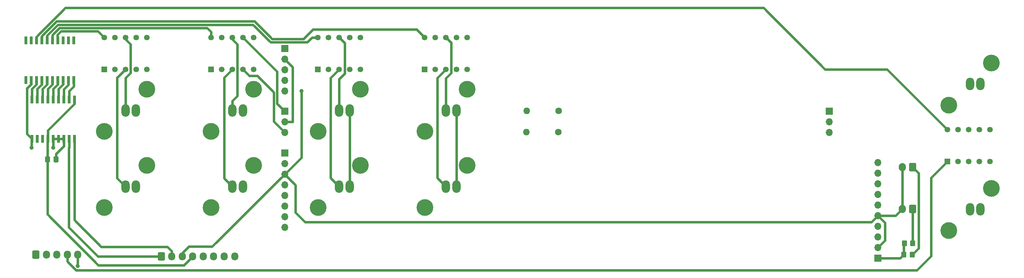
<source format=gbr>
%TF.GenerationSoftware,KiCad,Pcbnew,7.0.10*%
%TF.CreationDate,2024-01-24T20:17:36+01:00*%
%TF.ProjectId,ThePreamp-Analogue,54686550-7265-4616-9d70-2d416e616c6f,rev?*%
%TF.SameCoordinates,Original*%
%TF.FileFunction,Copper,L2,Bot*%
%TF.FilePolarity,Positive*%
%FSLAX46Y46*%
G04 Gerber Fmt 4.6, Leading zero omitted, Abs format (unit mm)*
G04 Created by KiCad (PCBNEW 7.0.10) date 2024-01-24 20:17:36*
%MOMM*%
%LPD*%
G01*
G04 APERTURE LIST*
G04 Aperture macros list*
%AMRoundRect*
0 Rectangle with rounded corners*
0 $1 Rounding radius*
0 $2 $3 $4 $5 $6 $7 $8 $9 X,Y pos of 4 corners*
0 Add a 4 corners polygon primitive as box body*
4,1,4,$2,$3,$4,$5,$6,$7,$8,$9,$2,$3,0*
0 Add four circle primitives for the rounded corners*
1,1,$1+$1,$2,$3*
1,1,$1+$1,$4,$5*
1,1,$1+$1,$6,$7*
1,1,$1+$1,$8,$9*
0 Add four rect primitives between the rounded corners*
20,1,$1+$1,$2,$3,$4,$5,0*
20,1,$1+$1,$4,$5,$6,$7,0*
20,1,$1+$1,$6,$7,$8,$9,0*
20,1,$1+$1,$8,$9,$2,$3,0*%
G04 Aperture macros list end*
%TA.AperFunction,ComponentPad*%
%ADD10C,4.000000*%
%TD*%
%TA.AperFunction,ComponentPad*%
%ADD11O,2.000000X3.000000*%
%TD*%
%TA.AperFunction,ComponentPad*%
%ADD12R,1.350000X1.350000*%
%TD*%
%TA.AperFunction,ComponentPad*%
%ADD13C,1.350000*%
%TD*%
%TA.AperFunction,ComponentPad*%
%ADD14RoundRect,0.250000X-0.600000X-0.725000X0.600000X-0.725000X0.600000X0.725000X-0.600000X0.725000X0*%
%TD*%
%TA.AperFunction,ComponentPad*%
%ADD15O,1.700000X1.950000*%
%TD*%
%TA.AperFunction,SMDPad,CuDef*%
%ADD16RoundRect,0.250000X0.350000X0.450000X-0.350000X0.450000X-0.350000X-0.450000X0.350000X-0.450000X0*%
%TD*%
%TA.AperFunction,ComponentPad*%
%ADD17C,1.600000*%
%TD*%
%TA.AperFunction,ComponentPad*%
%ADD18O,1.600000X1.600000*%
%TD*%
%TA.AperFunction,ComponentPad*%
%ADD19RoundRect,0.250000X0.600000X0.750000X-0.600000X0.750000X-0.600000X-0.750000X0.600000X-0.750000X0*%
%TD*%
%TA.AperFunction,ComponentPad*%
%ADD20O,1.700000X2.000000*%
%TD*%
%TA.AperFunction,SMDPad,CuDef*%
%ADD21R,0.650000X1.950000*%
%TD*%
%TA.AperFunction,ComponentPad*%
%ADD22R,1.700000X1.700000*%
%TD*%
%TA.AperFunction,ComponentPad*%
%ADD23O,1.700000X1.700000*%
%TD*%
%TA.AperFunction,SMDPad,CuDef*%
%ADD24RoundRect,0.250000X-0.337500X-0.475000X0.337500X-0.475000X0.337500X0.475000X-0.337500X0.475000X0*%
%TD*%
%TA.AperFunction,SMDPad,CuDef*%
%ADD25R,0.650000X1.850000*%
%TD*%
%TA.AperFunction,SMDPad,CuDef*%
%ADD26RoundRect,0.250000X-0.350000X-0.450000X0.350000X-0.450000X0.350000X0.450000X-0.350000X0.450000X0*%
%TD*%
%TA.AperFunction,ViaPad*%
%ADD27C,1.000000*%
%TD*%
%TA.AperFunction,Conductor*%
%ADD28C,0.600000*%
%TD*%
G04 APERTURE END LIST*
D10*
%TO.P,RCA3,*%
%TO.N,*%
X72950000Y15950000D03*
X83050000Y26050000D03*
D11*
%TO.P,RCA3,1,In*%
%TO.N,Net-(K3-Pad3)*%
X78000000Y21000000D03*
%TO.P,RCA3,2,Ext*%
%TO.N,GNDA*%
X80500000Y21000000D03*
%TD*%
D10*
%TO.P,RCA6,*%
%TO.N,*%
X47450000Y34150000D03*
X57550000Y44250000D03*
D11*
%TO.P,RCA6,1,In*%
%TO.N,Net-(K2-Pad8)*%
X52500000Y39200000D03*
%TO.P,RCA6,2,Ext*%
%TO.N,GNDA*%
X55000000Y39200000D03*
%TD*%
D12*
%TO.P,K4,1,1*%
%TO.N,+12V*%
X98400000Y49000000D03*
D13*
%TO.P,K4,2,2*%
%TO.N,unconnected-(K4-Pad2)*%
X100940000Y49000000D03*
%TO.P,K4,3,3*%
%TO.N,Net-(K4-Pad3)*%
X103480000Y49000000D03*
%TO.P,K4,4,4*%
%TO.N,Audio L*%
X106020000Y49000000D03*
%TO.P,K4,5,5*%
%TO.N,unconnected-(K4-Pad5)*%
X108560000Y49000000D03*
%TO.P,K4,6,6*%
%TO.N,unconnected-(K4-Pad6)*%
X108560000Y56620000D03*
%TO.P,K4,7,7*%
%TO.N,Audio R*%
X106020000Y56620000D03*
%TO.P,K4,8,8*%
%TO.N,Net-(K4-Pad8)*%
X103480000Y56620000D03*
%TO.P,K4,9,9*%
%TO.N,unconnected-(K4-Pad9)*%
X100940000Y56620000D03*
%TO.P,K4,10,10*%
%TO.N,RELAY4*%
X98400000Y56620000D03*
%TD*%
D12*
%TO.P,K2,1,1*%
%TO.N,+12V*%
X47400000Y49000000D03*
D13*
%TO.P,K2,2,2*%
%TO.N,unconnected-(K2-Pad2)*%
X49940000Y49000000D03*
%TO.P,K2,3,3*%
%TO.N,Net-(K2-Pad3)*%
X52480000Y49000000D03*
%TO.P,K2,4,4*%
%TO.N,Audio L*%
X55020000Y49000000D03*
%TO.P,K2,5,5*%
%TO.N,unconnected-(K2-Pad5)*%
X57560000Y49000000D03*
%TO.P,K2,6,6*%
%TO.N,unconnected-(K2-Pad6)*%
X57560000Y56620000D03*
%TO.P,K2,7,7*%
%TO.N,Audio R*%
X55020000Y56620000D03*
%TO.P,K2,8,8*%
%TO.N,Net-(K2-Pad8)*%
X52480000Y56620000D03*
%TO.P,K2,9,9*%
%TO.N,unconnected-(K2-Pad9)*%
X49940000Y56620000D03*
%TO.P,K2,10,10*%
%TO.N,RELAY2*%
X47400000Y56620000D03*
%TD*%
D12*
%TO.P,K1,1,1*%
%TO.N,+12V*%
X21900000Y49000000D03*
D13*
%TO.P,K1,2,2*%
%TO.N,unconnected-(K1-Pad2)*%
X24440000Y49000000D03*
%TO.P,K1,3,3*%
%TO.N,Net-(K1-Pad3)*%
X26980000Y49000000D03*
%TO.P,K1,4,4*%
%TO.N,Audio L*%
X29520000Y49000000D03*
%TO.P,K1,5,5*%
%TO.N,unconnected-(K1-Pad5)*%
X32060000Y49000000D03*
%TO.P,K1,6,6*%
%TO.N,unconnected-(K1-Pad6)*%
X32060000Y56620000D03*
%TO.P,K1,7,7*%
%TO.N,Audio R*%
X29520000Y56620000D03*
%TO.P,K1,8,8*%
%TO.N,Net-(K1-Pad8)*%
X26980000Y56620000D03*
%TO.P,K1,9,9*%
%TO.N,unconnected-(K1-Pad9)*%
X24440000Y56620000D03*
%TO.P,K1,10,10*%
%TO.N,RELAY1*%
X21900000Y56620000D03*
%TD*%
D10*
%TO.P,RCA8,*%
%TO.N,*%
X98450000Y34150000D03*
X108550000Y44250000D03*
D11*
%TO.P,RCA8,1,In*%
%TO.N,Net-(K4-Pad8)*%
X103500000Y39200000D03*
%TO.P,RCA8,2,Ext*%
%TO.N,GNDA*%
X106000000Y39200000D03*
%TD*%
D10*
%TO.P,RCA1,*%
%TO.N,*%
X21950000Y15950000D03*
X32050000Y26050000D03*
D11*
%TO.P,RCA1,1,In*%
%TO.N,Net-(K1-Pad3)*%
X27000000Y21000000D03*
%TO.P,RCA1,2,Ext*%
%TO.N,GNDA*%
X29500000Y21000000D03*
%TD*%
D12*
%TO.P,K3,1,1*%
%TO.N,+12V*%
X72900000Y49000000D03*
D13*
%TO.P,K3,2,2*%
%TO.N,unconnected-(K3-Pad2)*%
X75440000Y49000000D03*
%TO.P,K3,3,3*%
%TO.N,Net-(K3-Pad3)*%
X77980000Y49000000D03*
%TO.P,K3,4,4*%
%TO.N,Audio L*%
X80520000Y49000000D03*
%TO.P,K3,5,5*%
%TO.N,unconnected-(K3-Pad5)*%
X83060000Y49000000D03*
%TO.P,K3,6,6*%
%TO.N,unconnected-(K3-Pad6)*%
X83060000Y56620000D03*
%TO.P,K3,7,7*%
%TO.N,Audio R*%
X80520000Y56620000D03*
%TO.P,K3,8,8*%
%TO.N,Net-(K3-Pad8)*%
X77980000Y56620000D03*
%TO.P,K3,9,9*%
%TO.N,unconnected-(K3-Pad9)*%
X75440000Y56620000D03*
%TO.P,K3,10,10*%
%TO.N,RELAY3*%
X72900000Y56620000D03*
%TD*%
D10*
%TO.P,RCA5,*%
%TO.N,*%
X21950000Y34150000D03*
X32050000Y44250000D03*
D11*
%TO.P,RCA5,1,In*%
%TO.N,Net-(K1-Pad8)*%
X27000000Y39200000D03*
%TO.P,RCA5,2,Ext*%
%TO.N,GNDA*%
X29500000Y39200000D03*
%TD*%
D10*
%TO.P,RCA4,*%
%TO.N,*%
X98450000Y15950000D03*
X108550000Y26050000D03*
D11*
%TO.P,RCA4,1,In*%
%TO.N,Net-(K4-Pad3)*%
X103500000Y21000000D03*
%TO.P,RCA4,2,Ext*%
%TO.N,GNDA*%
X106000000Y21000000D03*
%TD*%
D10*
%TO.P,RCA7,*%
%TO.N,*%
X72950000Y34150000D03*
X83050000Y44250000D03*
D11*
%TO.P,RCA7,1,In*%
%TO.N,Net-(K3-Pad8)*%
X78000000Y39200000D03*
%TO.P,RCA7,2,Ext*%
%TO.N,GNDA*%
X80500000Y39200000D03*
%TD*%
D10*
%TO.P,RCA10,*%
%TO.N,*%
X223550000Y40450000D03*
X233650000Y50550000D03*
D11*
%TO.P,RCA10,1,In*%
%TO.N,Net-(K5-Pad7)*%
X228600000Y45500000D03*
%TO.P,RCA10,2,Ext*%
%TO.N,GNDA*%
X231100000Y45500000D03*
%TD*%
D10*
%TO.P,RCA2,*%
%TO.N,*%
X47450000Y15950000D03*
X57550000Y26050000D03*
D11*
%TO.P,RCA2,1,In*%
%TO.N,Net-(K2-Pad3)*%
X52500000Y21000000D03*
%TO.P,RCA2,2,Ext*%
%TO.N,GNDA*%
X55000000Y21000000D03*
%TD*%
D12*
%TO.P,K5,1,1*%
%TO.N,+12V*%
X223220000Y26990000D03*
D13*
%TO.P,K5,2,2*%
%TO.N,unconnected-(K5-Pad2)*%
X225760000Y26990000D03*
%TO.P,K5,3,3*%
%TO.N,Audio L out*%
X228300000Y26990000D03*
%TO.P,K5,4,4*%
%TO.N,Net-(K5-Pad4)*%
X230840000Y26990000D03*
%TO.P,K5,5,5*%
%TO.N,unconnected-(K5-Pad5)*%
X233380000Y26990000D03*
%TO.P,K5,6,6*%
%TO.N,unconnected-(K5-Pad6)*%
X233380000Y34610000D03*
%TO.P,K5,7,7*%
%TO.N,Net-(K5-Pad7)*%
X230840000Y34610000D03*
%TO.P,K5,8,8*%
%TO.N,Audio R out*%
X228300000Y34610000D03*
%TO.P,K5,9,9*%
%TO.N,unconnected-(K5-Pad9)*%
X225760000Y34610000D03*
%TO.P,K5,10,10*%
%TO.N,RELAY5*%
X223220000Y34610000D03*
%TD*%
D10*
%TO.P,RCA9,*%
%TO.N,*%
X223550000Y10450000D03*
X233650000Y20550000D03*
D11*
%TO.P,RCA9,1,In*%
%TO.N,Net-(K5-Pad4)*%
X228600000Y15500000D03*
%TO.P,RCA9,2,Ext*%
%TO.N,GNDA*%
X231100000Y15500000D03*
%TD*%
D14*
%TO.P,J3,1,Pin_1*%
%TO.N,I2C:SDA*%
X35550000Y4275000D03*
D15*
%TO.P,J3,2,Pin_2*%
%TO.N,I2C:SCL*%
X38050000Y4275000D03*
%TO.P,J3,3,Pin_3*%
%TO.N,GND*%
X40550000Y4275000D03*
%TO.P,J3,4,Pin_4*%
%TO.N,+3V3*%
X43050000Y4275000D03*
%TO.P,J3,5,Pin_5*%
%TO.N,SPI:SCK*%
X45550000Y4275000D03*
%TO.P,J3,6,Pin_6*%
%TO.N,SPI:MISO*%
X48050000Y4275000D03*
%TO.P,J3,7,Pin_7*%
%TO.N,SPI:MOSI*%
X50550000Y4275000D03*
%TO.P,J3,8,Pin_8*%
%TO.N,SPI:SS*%
X53050000Y4275000D03*
%TD*%
D16*
%TO.P,R4,1*%
%TO.N,A1*%
X214800000Y4700000D03*
%TO.P,R4,2*%
%TO.N,+3V3*%
X212800000Y4700000D03*
%TD*%
D17*
%TO.P,R2,1*%
%TO.N,Audio L out*%
X130310000Y34000000D03*
D18*
%TO.P,R2,2*%
%TO.N,Audio L*%
X122690000Y34000000D03*
%TD*%
D19*
%TO.P,J8,1,Pin_1*%
%TO.N,A0*%
X214900000Y15600000D03*
D20*
%TO.P,J8,2,Pin_2*%
%TO.N,GND*%
X212400000Y15600000D03*
%TD*%
D14*
%TO.P,J5,1,Pin_1*%
%TO.N,+15V*%
X5600000Y4700000D03*
D15*
%TO.P,J5,2,Pin_2*%
%TO.N,GNDA*%
X8100000Y4700000D03*
%TO.P,J5,3,Pin_3*%
%TO.N,-15V*%
X10600000Y4700000D03*
%TO.P,J5,4,Pin_4*%
%TO.N,+12V*%
X13100000Y4700000D03*
%TO.P,J5,5,Pin_5*%
%TO.N,GND*%
X15600000Y4700000D03*
%TD*%
D21*
%TO.P,IC1,1,1B*%
%TO.N,Net-(IC1-Pad1)*%
X14615000Y46475000D03*
%TO.P,IC1,2,2B*%
%TO.N,Net-(IC1-Pad2)*%
X13345000Y46475000D03*
%TO.P,IC1,3,3B*%
%TO.N,Net-(IC1-Pad3)*%
X12075000Y46475000D03*
%TO.P,IC1,4,4B*%
%TO.N,Net-(IC1-Pad4)*%
X10805000Y46475000D03*
%TO.P,IC1,5,5B*%
%TO.N,Net-(IC1-Pad5)*%
X9535000Y46475000D03*
%TO.P,IC1,6,6B*%
%TO.N,Net-(IC1-Pad6)*%
X8265000Y46475000D03*
%TO.P,IC1,7,7B*%
%TO.N,Net-(IC1-Pad7)*%
X6995000Y46475000D03*
%TO.P,IC1,8,8B*%
%TO.N,Net-(IC1-Pad8)*%
X5725000Y46475000D03*
%TO.P,IC1,9,GND*%
%TO.N,GND*%
X4455000Y46475000D03*
%TO.P,IC1,10,NC_1*%
%TO.N,unconnected-(IC1-Pad10)*%
X3185000Y46475000D03*
%TO.P,IC1,11,NC_2*%
%TO.N,unconnected-(IC1-Pad11)*%
X3185000Y55925000D03*
%TO.P,IC1,12,COM*%
%TO.N,unconnected-(IC1-Pad12)*%
X4455000Y55925000D03*
%TO.P,IC1,13,8C*%
%TO.N,RELAY5*%
X5725000Y55925000D03*
%TO.P,IC1,14,7C*%
%TO.N,RELAY4*%
X6995000Y55925000D03*
%TO.P,IC1,15,6C*%
%TO.N,RELAY3*%
X8265000Y55925000D03*
%TO.P,IC1,16,5C*%
%TO.N,RELAY2*%
X9535000Y55925000D03*
%TO.P,IC1,17,4C*%
%TO.N,RELAY1*%
X10805000Y55925000D03*
%TO.P,IC1,18,3C*%
%TO.N,unconnected-(IC1-Pad18)*%
X12075000Y55925000D03*
%TO.P,IC1,19,2C*%
%TO.N,unconnected-(IC1-Pad19)*%
X13345000Y55925000D03*
%TO.P,IC1,20,1C*%
%TO.N,unconnected-(IC1-Pad20)*%
X14615000Y55925000D03*
%TD*%
D22*
%TO.P,J7,1,Pin_1*%
%TO.N,+3V3*%
X206600000Y3860000D03*
D23*
%TO.P,J7,2,Pin_2*%
%TO.N,GND*%
X206600000Y6400000D03*
%TO.P,J7,3,Pin_3*%
%TO.N,I2C:SCL*%
X206600000Y8940000D03*
%TO.P,J7,4,Pin_4*%
%TO.N,I2C:SDA*%
X206600000Y11480000D03*
%TO.P,J7,5,Pin_5*%
%TO.N,GND*%
X206600000Y14020000D03*
%TO.P,J7,6,Pin_6*%
%TO.N,unconnected-(J7-Pad6)*%
X206600000Y16560000D03*
%TO.P,J7,7,Pin_7*%
%TO.N,A0*%
X206600000Y19100000D03*
%TO.P,J7,8,Pin_8*%
%TO.N,A1*%
X206600000Y21640000D03*
%TO.P,J7,9,Pin_9*%
%TO.N,unconnected-(J7-Pad9)*%
X206600000Y24180000D03*
%TO.P,J7,10,Pin_10*%
%TO.N,unconnected-(J7-Pad10)*%
X206600000Y26720000D03*
%TD*%
D17*
%TO.P,R1,1*%
%TO.N,Audio R out*%
X130400000Y39100000D03*
D18*
%TO.P,R1,2*%
%TO.N,Audio R*%
X122780000Y39100000D03*
%TD*%
D22*
%TO.P,J1,1,Pin_1*%
%TO.N,Audio R*%
X65000000Y39000000D03*
D23*
%TO.P,J1,2,Pin_2*%
%TO.N,GNDA*%
X65000000Y36460000D03*
%TO.P,J1,3,Pin_3*%
%TO.N,Audio L*%
X65000000Y33920000D03*
%TD*%
D22*
%TO.P,J6,1,Pin_1*%
%TO.N,+15V*%
X65000000Y54000000D03*
D23*
%TO.P,J6,2,Pin_2*%
%TO.N,GNDA*%
X65000000Y51460000D03*
%TO.P,J6,3,Pin_3*%
%TO.N,-15V*%
X65000000Y48920000D03*
%TO.P,J6,4,Pin_4*%
%TO.N,+12V*%
X65000000Y46380000D03*
%TO.P,J6,5,Pin_5*%
%TO.N,GND*%
X65000000Y43840000D03*
%TD*%
D24*
%TO.P,C1,1*%
%TO.N,+3V3*%
X8362500Y27500000D03*
%TO.P,C1,2*%
%TO.N,GND*%
X10437500Y27500000D03*
%TD*%
D22*
%TO.P,J2,1,Pin_1*%
%TO.N,Audio R out*%
X195000000Y39000000D03*
D23*
%TO.P,J2,2,Pin_2*%
%TO.N,GNDA*%
X195000000Y36460000D03*
%TO.P,J2,3,Pin_3*%
%TO.N,Audio L out*%
X195000000Y33920000D03*
%TD*%
D25*
%TO.P,U1,1,SCL*%
%TO.N,I2C:SCL*%
X14780000Y32425000D03*
%TO.P,U1,2,SDA*%
%TO.N,I2C:SDA*%
X13510000Y32425000D03*
%TO.P,U1,3,A2*%
%TO.N,GND*%
X12240000Y32425000D03*
%TO.P,U1,4,A1*%
X10970000Y32425000D03*
%TO.P,U1,5,A0*%
X9700000Y32425000D03*
%TO.P,U1,6,\u002ARESET*%
%TO.N,+3V3*%
X8430000Y32425000D03*
%TO.P,U1,7,NC*%
%TO.N,unconnected-(U1-Pad7)*%
X7160000Y32425000D03*
%TO.P,U1,8,INT*%
%TO.N,unconnected-(U1-Pad8)*%
X5890000Y32425000D03*
%TO.P,U1,9,VSS*%
%TO.N,GND*%
X4620000Y32425000D03*
%TO.P,U1,10,GP0*%
%TO.N,Net-(IC1-Pad8)*%
X4620000Y41775000D03*
%TO.P,U1,11,GP1*%
%TO.N,Net-(IC1-Pad7)*%
X5890000Y41775000D03*
%TO.P,U1,12,GP2*%
%TO.N,Net-(IC1-Pad6)*%
X7160000Y41775000D03*
%TO.P,U1,13,GP3*%
%TO.N,Net-(IC1-Pad5)*%
X8430000Y41775000D03*
%TO.P,U1,14,GP4*%
%TO.N,Net-(IC1-Pad4)*%
X9700000Y41775000D03*
%TO.P,U1,15,GP5*%
%TO.N,Net-(IC1-Pad3)*%
X10970000Y41775000D03*
%TO.P,U1,16,GP6*%
%TO.N,Net-(IC1-Pad2)*%
X12240000Y41775000D03*
%TO.P,U1,17,GP7*%
%TO.N,Net-(IC1-Pad1)*%
X13510000Y41775000D03*
%TO.P,U1,18,VDD*%
%TO.N,+3V3*%
X14780000Y41775000D03*
%TD*%
D19*
%TO.P,J9,1,Pin_1*%
%TO.N,A1*%
X214900000Y25600000D03*
D20*
%TO.P,J9,2,Pin_2*%
%TO.N,GND*%
X212400000Y25600000D03*
%TD*%
D22*
%TO.P,J4,1,Pin_1*%
%TO.N,I2C:SDA*%
X65000000Y29000000D03*
D23*
%TO.P,J4,2,Pin_2*%
%TO.N,I2C:SCL*%
X65000000Y26460000D03*
%TO.P,J4,3,Pin_3*%
%TO.N,GND*%
X65000000Y23920000D03*
%TO.P,J4,4,Pin_4*%
%TO.N,+3V3*%
X65000000Y21380000D03*
%TO.P,J4,5,Pin_5*%
%TO.N,SPI:SCK*%
X65000000Y18840000D03*
%TO.P,J4,6,Pin_6*%
%TO.N,SPI:MISO*%
X65000000Y16300000D03*
%TO.P,J4,7,Pin_7*%
%TO.N,SPI:MOSI*%
X65000000Y13760000D03*
%TO.P,J4,8,Pin_8*%
%TO.N,SPI:SS*%
X65000000Y11220000D03*
%TD*%
D26*
%TO.P,R3,1*%
%TO.N,+3V3*%
X212900000Y7400000D03*
%TO.P,R3,2*%
%TO.N,A0*%
X214900000Y7400000D03*
%TD*%
D27*
%TO.N,GND*%
X69020000Y43780000D03*
X4600000Y30300000D03*
X15600000Y2000000D03*
X9700000Y30300000D03*
%TD*%
D28*
%TO.N,GND*%
X208280000Y12340000D02*
X208280000Y8080000D01*
X47690000Y6610000D02*
X42100000Y6610000D01*
X67580000Y14770000D02*
X69850000Y12500000D01*
X15600000Y2000000D02*
X15600000Y4700000D01*
X69020000Y43780000D02*
X69020000Y27940000D01*
X3500000Y44490978D02*
X3500000Y33545000D01*
X4455000Y45445978D02*
X3500000Y44490978D01*
X67580000Y21340000D02*
X67580000Y14770000D01*
X10700000Y27237500D02*
X10437500Y27500000D01*
X69020000Y27940000D02*
X65000000Y23920000D01*
X212400000Y15600000D02*
X212400000Y25600000D01*
X69850000Y12500000D02*
X198670000Y12500000D01*
X4455000Y45445978D02*
X4455000Y46475000D01*
X10437500Y27500000D02*
X10437500Y28837500D01*
X206600000Y14020000D02*
X210820000Y14020000D01*
X65000000Y23920000D02*
X47690000Y6610000D01*
X206600000Y14020000D02*
X205080000Y12500000D01*
X4600000Y32405000D02*
X4620000Y32425000D01*
X205080000Y12500000D02*
X198670000Y12500000D01*
X9700000Y32425000D02*
X12240000Y32425000D01*
X65000000Y23920000D02*
X67580000Y21340000D01*
X40550000Y5060000D02*
X40550000Y4275000D01*
X9700000Y32425000D02*
X9700000Y30300000D01*
X208280000Y8080000D02*
X206600000Y6400000D01*
X42100000Y6610000D02*
X40550000Y5060000D01*
X10437500Y28837500D02*
X12240000Y30640000D01*
X3500000Y33545000D02*
X4620000Y32425000D01*
X12240000Y30640000D02*
X12240000Y32425000D01*
X4600000Y30300000D02*
X4600000Y32405000D01*
X210820000Y14020000D02*
X212400000Y15600000D01*
X206600000Y14020000D02*
X208280000Y12340000D01*
%TO.N,I2C:SCL*%
X38050000Y5540000D02*
X38050000Y4275000D01*
X21150000Y6590000D02*
X37000000Y6590000D01*
X37000000Y6590000D02*
X38050000Y5540000D01*
X14780000Y12960000D02*
X21150000Y6590000D01*
X14780000Y32425000D02*
X14780000Y12960000D01*
%TO.N,Audio L*%
X58500000Y47420000D02*
X62400480Y43519520D01*
X55020000Y49000000D02*
X56600000Y47420000D01*
X62400480Y36519520D02*
X65000000Y33920000D01*
X56600000Y47420000D02*
X58500000Y47420000D01*
X62400480Y43519520D02*
X62400480Y36519520D01*
%TO.N,Audio R*%
X63200000Y40800000D02*
X65000000Y39000000D01*
X63200000Y48440000D02*
X63200000Y40800000D01*
X55020000Y56620000D02*
X63200000Y48440000D01*
%TO.N,Net-(K1-Pad3)*%
X26980000Y49000000D02*
X25010000Y47030000D01*
X25010000Y22990000D02*
X27000000Y21000000D01*
X25010000Y47030000D02*
X25010000Y22990000D01*
%TO.N,GNDA*%
X80500000Y39200000D02*
X80500000Y21000000D01*
X106000000Y39200000D02*
X106000000Y21000000D01*
X66930000Y49530000D02*
X65000000Y51460000D01*
X65000000Y36460000D02*
X66930000Y36460000D01*
X66930000Y36460000D02*
X66930000Y49530000D01*
%TO.N,Net-(K2-Pad3)*%
X50520000Y22980000D02*
X50520000Y47040000D01*
X52480000Y49000000D02*
X50520000Y47040000D01*
X52500000Y21000000D02*
X50520000Y22980000D01*
%TO.N,Net-(K3-Pad3)*%
X75950000Y23050000D02*
X78000000Y21000000D01*
X75950000Y46970000D02*
X75950000Y23050000D01*
X77980000Y49000000D02*
X75950000Y46970000D01*
%TO.N,Net-(K4-Pad3)*%
X101420000Y46940000D02*
X101420000Y23080000D01*
X101420000Y23080000D02*
X103500000Y21000000D01*
X103480000Y49000000D02*
X101420000Y46940000D01*
%TO.N,Net-(K1-Pad8)*%
X28200000Y55000000D02*
X26980000Y56220000D01*
X27000000Y39200000D02*
X27000000Y46958990D01*
X28200000Y48158990D02*
X28200000Y55000000D01*
X27000000Y46958990D02*
X28200000Y48158990D01*
%TO.N,Net-(K2-Pad8)*%
X52500000Y39200000D02*
X52500000Y41449511D01*
X53700000Y42649511D02*
X53700000Y55000000D01*
X53700000Y55000000D02*
X52480000Y56220000D01*
X52500000Y41449511D02*
X53700000Y42649511D01*
%TO.N,+3V3*%
X20500000Y2200000D02*
X40975000Y2200000D01*
X8362500Y32357500D02*
X8430000Y32425000D01*
X8362500Y14337500D02*
X8362500Y27500000D01*
X14780000Y40795978D02*
X14780000Y41775000D01*
X212800000Y7300000D02*
X212900000Y7400000D01*
X8430000Y34445978D02*
X14780000Y40795978D01*
X8362500Y27500000D02*
X8362500Y32357500D01*
X40975000Y2200000D02*
X43050000Y4275000D01*
X8430000Y32425000D02*
X8430000Y34445978D01*
X206600000Y3860000D02*
X211960000Y3860000D01*
X20500000Y2200000D02*
X8362500Y14337500D01*
X211960000Y3860000D02*
X212800000Y4700000D01*
X212800000Y4700000D02*
X212800000Y7300000D01*
X43050000Y4275000D02*
X43050000Y4020000D01*
%TO.N,Net-(K3-Pad8)*%
X79300000Y47968012D02*
X78000000Y46668012D01*
X79300000Y55300000D02*
X79300000Y47968012D01*
X77980000Y56620000D02*
X79300000Y55300000D01*
X78000000Y46668012D02*
X78000000Y39200000D01*
%TO.N,Net-(K4-Pad8)*%
X104700000Y55400000D02*
X104700000Y48100000D01*
X104700000Y48100000D02*
X103500000Y46900000D01*
X103500000Y46900000D02*
X103500000Y39200000D01*
X103480000Y56620000D02*
X104700000Y55400000D01*
%TO.N,+12V*%
X219300000Y23070000D02*
X223220000Y26990000D01*
X212960959Y1000000D02*
X215900000Y1000000D01*
X212960470Y1000489D02*
X212960959Y1000000D01*
X13100000Y3086477D02*
X15185988Y1000489D01*
X15185988Y1000489D02*
X212960470Y1000489D01*
X219300000Y4400000D02*
X219300000Y23070000D01*
X215900000Y1000000D02*
X219300000Y4400000D01*
X13100000Y4700000D02*
X13100000Y3086477D01*
%TO.N,A0*%
X214900000Y7400000D02*
X214900000Y15600000D01*
%TO.N,I2C:SDA*%
X13500000Y30300000D02*
X13510000Y30310000D01*
X13500000Y11200000D02*
X13500000Y30300000D01*
X20425000Y4275000D02*
X13500000Y11200000D01*
X13510000Y30310000D02*
X13510000Y32425000D01*
X35550000Y4275000D02*
X20425000Y4275000D01*
%TO.N,A1*%
X214800000Y4700000D02*
X216300000Y6200000D01*
X216300000Y24200000D02*
X214900000Y25600000D01*
X216300000Y6200000D02*
X216300000Y24200000D01*
%TO.N,RELAY1*%
X10805000Y55925000D02*
X10790000Y55940000D01*
X20430000Y58090000D02*
X21900000Y56620000D01*
X10790000Y55940000D02*
X10790000Y57310000D01*
X10790000Y57310000D02*
X11570000Y58090000D01*
X11570000Y58090000D02*
X20430000Y58090000D01*
%TO.N,RELAY2*%
X47400000Y58000480D02*
X46510480Y58890000D01*
X11195000Y58890000D02*
X9535000Y57230000D01*
X47400000Y56620000D02*
X47400000Y58000480D01*
X9535000Y57230000D02*
X9535000Y55925000D01*
X46510480Y58890000D02*
X11195000Y58890000D01*
%TO.N,RELAY3*%
X10863630Y59690000D02*
X8265000Y57091370D01*
X8265000Y57091370D02*
X8265000Y55925000D01*
X70400000Y55500000D02*
X61600000Y55500000D01*
X72900000Y56620000D02*
X71520000Y56620000D01*
X57410000Y59690000D02*
X10863630Y59690000D01*
X61600000Y55500000D02*
X57410000Y59690000D01*
X71520000Y56620000D02*
X70400000Y55500000D01*
%TO.N,RELAY4*%
X71730000Y58530000D02*
X69499520Y56299520D01*
X6995000Y56955000D02*
X6995000Y55925000D01*
X98400000Y56620000D02*
X96490000Y58530000D01*
X57809520Y60490000D02*
X10530000Y60490000D01*
X69499520Y56299520D02*
X62000000Y56299520D01*
X62000000Y56299520D02*
X57809520Y60490000D01*
X10530000Y60490000D02*
X6995000Y56955000D01*
X96490000Y58530000D02*
X71730000Y58530000D01*
%TO.N,RELAY5*%
X208830000Y49000000D02*
X223220000Y34610000D01*
X5725000Y55925000D02*
X5725000Y56816371D01*
X12608629Y63700000D02*
X179300000Y63700000D01*
X179300000Y63700000D02*
X194000000Y49000000D01*
X194000000Y49000000D02*
X208830000Y49000000D01*
X5725000Y56816371D02*
X12608629Y63700000D01*
%TO.N,Net-(IC1-Pad1)*%
X14615000Y46475000D02*
X14615000Y44955000D01*
X14615000Y44955000D02*
X13510000Y43850000D01*
X13510000Y43850000D02*
X13510000Y41775000D01*
%TO.N,Net-(IC1-Pad2)*%
X12240000Y44280000D02*
X13345000Y45385000D01*
X12240000Y41775000D02*
X12240000Y44280000D01*
X13345000Y45385000D02*
X13345000Y46475000D01*
%TO.N,Net-(IC1-Pad3)*%
X12075000Y45445978D02*
X12075000Y46475000D01*
X10970000Y41775000D02*
X10970000Y44340978D01*
X10970000Y44340978D02*
X12075000Y45445978D01*
%TO.N,Net-(IC1-Pad4)*%
X9700000Y44340978D02*
X10805000Y45445978D01*
X10805000Y45445978D02*
X10805000Y46475000D01*
X9700000Y41775000D02*
X9700000Y44340978D01*
%TO.N,Net-(IC1-Pad5)*%
X9535000Y45445978D02*
X9535000Y46475000D01*
X8430000Y41775000D02*
X8430000Y44340978D01*
X8430000Y44340978D02*
X9535000Y45445978D01*
%TO.N,Net-(IC1-Pad6)*%
X7160000Y44340978D02*
X8265000Y45445978D01*
X7160000Y41775000D02*
X7160000Y44340978D01*
X8265000Y45445978D02*
X8265000Y46475000D01*
%TO.N,Net-(IC1-Pad7)*%
X6995000Y45445978D02*
X6995000Y46475000D01*
X5890000Y44340978D02*
X6995000Y45445978D01*
X5890000Y41775000D02*
X5890000Y44340978D01*
%TO.N,Net-(IC1-Pad8)*%
X4620000Y44340978D02*
X4620000Y41775000D01*
X4620000Y44340978D02*
X5725000Y45445978D01*
X5725000Y45445978D02*
X5725000Y46475000D01*
%TD*%
M02*

</source>
